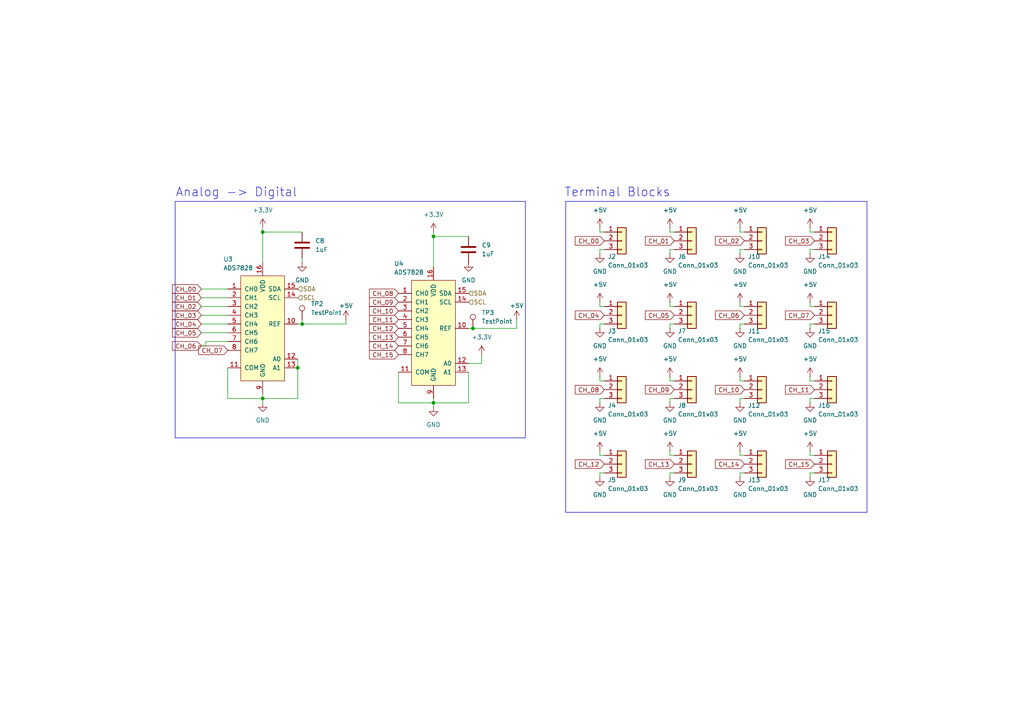
<source format=kicad_sch>
(kicad_sch (version 20250114) (generator "eeschema") (generator_version "9.0")
  (paper "A4")
  (lib_symbols
    (symbol "Analog_ADC:ADS7828" (pin_names (offset 1.016))
      (property "Reference" "U" (at -5.08 15.24 0))
      (property "Value" "ADS7828" (at 5.08 15.24 0))
      (symbol "ADS7828_0_1"
        (rectangle (start -6.35 13.97) (end 6.35 -16.51) (fill (type background)))
        (rectangle (start 6.35 -15.24) (end 6.35 -15.24))
      )
      (symbol "ADS7828_1_1"
        (pin input line (at -10.16 10.16 0) (length 3.81) (name "CH0") (number "1"))
        (pin input line (at -10.16 7.62 0) (length 3.81) (name "CH1") (number "2"))
        (pin input line (at -10.16 5.08 0) (length 3.81) (name "CH2") (number "3"))
        (pin input line (at -10.16 2.54 0) (length 3.81) (name "CH3") (number "4"))
        (pin input line (at -10.16 0 0) (length 3.81) (name "CH4") (number "5"))
        (pin input line (at -10.16 -2.54 0) (length 3.81) (name "CH5") (number "6"))
        (pin input line (at -10.16 -5.08 0) (length 3.81) (name "CH6") (number "7"))
        (pin input line (at -10.16 -7.62 0) (length 3.81) (name "CH7") (number "8"))
        (pin input line (at -10.16 -12.7 0) (length 3.81) (name "COM") (number "11"))
        (pin power_in line (at 0 17.78 270) (length 3.81) (name "VDD") (number "16"))
        (pin power_in line (at 0 -20.32 90) (length 3.81) (name "GND") (number "9"))
        (pin bidirectional line (at 10.16 10.16 180) (length 3.81) (name "SDA") (number "15"))
        (pin input line (at 10.16 7.62 180) (length 3.81) (name "SCL") (number "14"))
        (pin bidirectional line (at 10.16 0 180) (length 3.81) (name "REF") (number "10"))
        (pin input line (at 10.16 -10.16 180) (length 3.81) (name "A0") (number "12"))
        (pin input line (at 10.16 -12.7 180) (length 3.81) (name "A1") (number "13"))
      )
    )
    (symbol "Connector:TestPoint" (pin_numbers (hide yes)) (pin_names (offset 0.762) (hide yes))
      (property "Reference" "TP" (at 0 6.858 0))
      (property "Value" "TestPoint" (at 0 5.08 0))
      (symbol "TestPoint_0_1"
        (circle (center 0 3.302) (radius 0.762))
      )
      (symbol "TestPoint_1_1"
        (pin passive line (at 0 0 90) (length 2.54) (name "1") (number "1"))
      )
    )
    (symbol "Connector_Generic:Conn_01x03" (pin_names (offset 1.016) (hide yes))
      (property "Reference" "J" (at 0 5.08 0))
      (property "Value" "Conn_01x03" (at 0 -5.08 0))
      (symbol "Conn_01x03_1_1"
        (rectangle (start -1.27 3.81) (end 1.27 -3.81) (stroke (width 0.254)) (fill (type background)))
        (rectangle (start -1.27 2.667) (end 0 2.413) (stroke (width 0.1524)))
        (rectangle (start -1.27 0.127) (end 0 -0.127) (stroke (width 0.1524)))
        (rectangle (start -1.27 -2.413) (end 0 -2.667) (stroke (width 0.1524)))
        (pin passive line (at -5.08 2.54 0) (length 3.81) (name "Pin_1") (number "1"))
        (pin passive line (at -5.08 0 0) (length 3.81) (name "Pin_2") (number "2"))
        (pin passive line (at -5.08 -2.54 0) (length 3.81) (name "Pin_3") (number "3"))
      )
    )
    (symbol "Device:C" (pin_numbers (hide yes)) (pin_names (offset 0.254))
      (property "Reference" "C" (at 0.635 2.54 0))
      (property "Value" "C" (at 0.635 -2.54 0))
      (symbol "C_0_1"
        (polyline (pts (xy -2.032 0.762) (xy 2.032 0.762)) (stroke (width 0.508)))
        (polyline (pts (xy -2.032 -0.762) (xy 2.032 -0.762)) (stroke (width 0.508)))
      )
      (symbol "C_1_1"
        (pin passive line (at 0 3.81 270) (length 2.794) (name "~") (number "1"))
        (pin passive line (at 0 -3.81 90) (length 2.794) (name "~") (number "2"))
      )
    )
    (symbol "power:+3.3V" (power) (pin_numbers (hide yes)) (pin_names (offset 0) (hide yes))
      (property "Value" "+3.3V" (at 0 3.556 0))
      (symbol "+3.3V_0_1"
        (polyline (pts (xy -0.762 1.27) (xy 0 2.54)))
        (polyline (pts (xy 0 2.54) (xy 0.762 1.27)))
        (polyline (pts (xy 0 0) (xy 0 2.54)))
      )
      (symbol "+3.3V_1_1"
        (pin power_in line (at 0 0 90) (length 0) (name "~") (number "1"))
      )
    )
    (symbol "power:+5V" (power) (pin_numbers (hide yes)) (pin_names (offset 0) (hide yes))
      (property "Value" "+5V" (at 0 3.556 0))
      (symbol "+5V_0_1"
        (polyline (pts (xy -0.762 1.27) (xy 0 2.54)))
        (polyline (pts (xy 0 2.54) (xy 0.762 1.27)))
        (polyline (pts (xy 0 0) (xy 0 2.54)))
      )
      (symbol "+5V_1_1"
        (pin power_in line (at 0 0 90) (length 0) (name "~") (number "1"))
      )
    )
    (symbol "power:GND" (power) (pin_numbers (hide yes)) (pin_names (offset 0) (hide yes))
      (property "Value" "GND" (at 0 -3.81 0))
      (symbol "GND_0_1"
        (polyline (pts (xy 0 0) (xy 0 -1.27) (xy 1.27 -1.27) (xy 0 -2.54) (xy -1.27 -1.27) (xy 0 -1.27)))
      )
      (symbol "GND_1_1"
        (pin power_in line (at 0 0 270) (length 0) (name "~") (number "1"))
      )
    )
  )
  (rectangle (start 50.8 58.42) (end 152.4 127))
  (rectangle (start 164.084 58.42) (end 251.46 148.59))
  (text "Terminal Blocks" (at 179.07 55.88 0) (effects (font (size 2.54 2.54))))
  (text "Analog -> Digital" (at 68.58 55.88 0) (effects (font (size 2.54 2.54))))
  (junction (at 125.73 68.58))
  (junction (at 137.16 95.25))
  (junction (at 125.73 116.84))
  (junction (at 76.2 67.31))
  (junction (at 76.2 115.57))
  (junction (at 86.36 106.68))
  (junction (at 87.63 93.98))
  (wire (pts (xy 214.63 138.43) (xy 214.63 137.16)))
  (wire (pts (xy 214.63 72.39) (xy 215.9 72.39)))
  (wire (pts (xy 234.95 66.04) (xy 234.95 67.31)))
  (wire (pts (xy 214.63 66.04) (xy 214.63 67.31)))
  (wire (pts (xy 66.04 106.68) (xy 66.04 115.57)))
  (wire (pts (xy 234.95 67.31) (xy 236.22 67.31)))
  (wire (pts (xy 234.95 95.25) (xy 234.95 93.98)))
  (wire (pts (xy 194.31 66.04) (xy 194.31 67.31)))
  (wire (pts (xy 66.04 115.57) (xy 76.2 115.57)))
  (wire (pts (xy 194.31 130.81) (xy 194.31 132.08)))
  (wire (pts (xy 234.95 93.98) (xy 236.22 93.98)))
  (wire (pts (xy 59.69 100.33) (xy 59.69 99.06)))
  (wire (pts (xy 234.95 138.43) (xy 234.95 137.16)))
  (wire (pts (xy 125.73 68.58) (xy 125.73 77.47)))
  (wire (pts (xy 173.99 95.25) (xy 173.99 93.98)))
  (wire (pts (xy 214.63 116.84) (xy 214.63 115.57)))
  (wire (pts (xy 58.42 93.98) (xy 66.04 93.98)))
  (wire (pts (xy 173.99 110.49) (xy 175.26 110.49)))
  (wire (pts (xy 234.95 132.08) (xy 236.22 132.08)))
  (wire (pts (xy 194.31 72.39) (xy 195.58 72.39)))
  (wire (pts (xy 173.99 67.31) (xy 175.26 67.31)))
  (wire (pts (xy 214.63 130.81) (xy 214.63 132.08)))
  (wire (pts (xy 125.73 116.84) (xy 125.73 118.11)))
  (wire (pts (xy 214.63 137.16) (xy 215.9 137.16)))
  (wire (pts (xy 173.99 130.81) (xy 173.99 132.08)))
  (wire (pts (xy 86.36 104.14) (xy 86.36 106.68)))
  (wire (pts (xy 214.63 93.98) (xy 215.9 93.98)))
  (wire (pts (xy 58.42 96.52) (xy 66.04 96.52)))
  (wire (pts (xy 76.2 66.04) (xy 76.2 67.31)))
  (wire (pts (xy 234.95 116.84) (xy 234.95 115.57)))
  (wire (pts (xy 194.31 95.25) (xy 194.31 93.98)))
  (wire (pts (xy 115.57 116.84) (xy 125.73 116.84)))
  (wire (pts (xy 173.99 115.57) (xy 175.26 115.57)))
  (wire (pts (xy 214.63 110.49) (xy 215.9 110.49)))
  (wire (pts (xy 214.63 88.9) (xy 215.9 88.9)))
  (wire (pts (xy 234.95 72.39) (xy 236.22 72.39)))
  (wire (pts (xy 214.63 67.31) (xy 215.9 67.31)))
  (wire (pts (xy 214.63 115.57) (xy 215.9 115.57)))
  (wire (pts (xy 125.73 115.57) (xy 125.73 116.84)))
  (wire (pts (xy 76.2 67.31) (xy 87.63 67.31)))
  (wire (pts (xy 137.16 95.25) (xy 149.86 95.25)))
  (wire (pts (xy 135.89 105.41) (xy 139.7 105.41)))
  (wire (pts (xy 135.89 95.25) (xy 137.16 95.25)))
  (wire (pts (xy 194.31 93.98) (xy 195.58 93.98)))
  (wire (pts (xy 214.63 73.66) (xy 214.63 72.39)))
  (wire (pts (xy 194.31 137.16) (xy 195.58 137.16)))
  (wire (pts (xy 234.95 115.57) (xy 236.22 115.57)))
  (wire (pts (xy 173.99 88.9) (xy 175.26 88.9)))
  (wire (pts (xy 194.31 110.49) (xy 195.58 110.49)))
  (wire (pts (xy 214.63 87.63) (xy 214.63 88.9)))
  (wire (pts (xy 149.86 92.71) (xy 149.86 95.25)))
  (wire (pts (xy 76.2 115.57) (xy 86.36 115.57)))
  (wire (pts (xy 87.63 92.71) (xy 87.63 93.98)))
  (wire (pts (xy 76.2 115.57) (xy 76.2 116.84)))
  (wire (pts (xy 139.7 102.87) (xy 139.7 105.41)))
  (wire (pts (xy 86.36 115.57) (xy 86.36 106.68)))
  (wire (pts (xy 58.42 88.9) (xy 66.04 88.9)))
  (wire (pts (xy 115.57 107.95) (xy 115.57 116.84)))
  (wire (pts (xy 194.31 109.22) (xy 194.31 110.49)))
  (wire (pts (xy 234.95 87.63) (xy 234.95 88.9)))
  (wire (pts (xy 234.95 130.81) (xy 234.95 132.08)))
  (wire (pts (xy 135.89 107.95) (xy 135.89 116.84)))
  (wire (pts (xy 173.99 73.66) (xy 173.99 72.39)))
  (wire (pts (xy 173.99 137.16) (xy 175.26 137.16)))
  (wire (pts (xy 125.73 116.84) (xy 135.89 116.84)))
  (wire (pts (xy 194.31 67.31) (xy 195.58 67.31)))
  (wire (pts (xy 173.99 132.08) (xy 175.26 132.08)))
  (wire (pts (xy 87.63 74.93) (xy 87.63 76.2)))
  (wire (pts (xy 214.63 95.25) (xy 214.63 93.98)))
  (wire (pts (xy 58.42 100.33) (xy 59.69 100.33)))
  (wire (pts (xy 214.63 109.22) (xy 214.63 110.49)))
  (wire (pts (xy 234.95 88.9) (xy 236.22 88.9)))
  (wire (pts (xy 194.31 88.9) (xy 195.58 88.9)))
  (wire (pts (xy 173.99 93.98) (xy 175.26 93.98)))
  (wire (pts (xy 234.95 137.16) (xy 236.22 137.16)))
  (wire (pts (xy 58.42 91.44) (xy 66.04 91.44)))
  (wire (pts (xy 87.63 93.98) (xy 100.33 93.98)))
  (wire (pts (xy 173.99 138.43) (xy 173.99 137.16)))
  (wire (pts (xy 234.95 110.49) (xy 236.22 110.49)))
  (wire (pts (xy 234.95 73.66) (xy 234.95 72.39)))
  (wire (pts (xy 194.31 73.66) (xy 194.31 72.39)))
  (wire (pts (xy 194.31 132.08) (xy 195.58 132.08)))
  (wire (pts (xy 214.63 132.08) (xy 215.9 132.08)))
  (wire (pts (xy 194.31 116.84) (xy 194.31 115.57)))
  (wire (pts (xy 76.2 67.31) (xy 76.2 76.2)))
  (wire (pts (xy 173.99 72.39) (xy 175.26 72.39)))
  (wire (pts (xy 194.31 138.43) (xy 194.31 137.16)))
  (wire (pts (xy 125.73 68.58) (xy 135.89 68.58)))
  (wire (pts (xy 58.42 86.36) (xy 66.04 86.36)))
  (wire (pts (xy 58.42 83.82) (xy 66.04 83.82)))
  (wire (pts (xy 194.31 87.63) (xy 194.31 88.9)))
  (wire (pts (xy 194.31 115.57) (xy 195.58 115.57)))
  (wire (pts (xy 173.99 109.22) (xy 173.99 110.49)))
  (wire (pts (xy 173.99 116.84) (xy 173.99 115.57)))
  (wire (pts (xy 59.69 99.06) (xy 66.04 99.06)))
  (wire (pts (xy 86.36 93.98) (xy 87.63 93.98)))
  (wire (pts (xy 173.99 66.04) (xy 173.99 67.31)))
  (wire (pts (xy 173.99 87.63) (xy 173.99 88.9)))
  (wire (pts (xy 234.95 109.22) (xy 234.95 110.49)))
  (wire (pts (xy 100.33 92.71) (xy 100.33 93.98)))
  (wire (pts (xy 76.2 114.3) (xy 76.2 115.57)))
  (wire (pts (xy 125.73 67.31) (xy 125.73 68.58)))
  (global_label "CH_13" (shape input) (at 195.58 134.62 180) (property "Intersheetrefs" "${INTERSHEET_REFS}" (effects (hide yes))))
  (global_label "CH_07" (shape input) (at 66.04 101.6 180) (property "Intersheetrefs" "${INTERSHEET_REFS}" (effects (hide yes))))
  (global_label "CH_04" (shape input) (at 175.26 91.44 180) (property "Intersheetrefs" "${INTERSHEET_REFS}" (effects (hide yes))))
  (global_label "CH_07" (shape input) (at 236.22 91.44 180) (property "Intersheetrefs" "${INTERSHEET_REFS}" (effects (hide yes))))
  (global_label "CH_13" (shape input) (at 115.57 97.79 180) (property "Intersheetrefs" "${INTERSHEET_REFS}" (effects (hide yes))))
  (global_label "CH_00" (shape input) (at 58.42 83.82 180) (property "Intersheetrefs" "${INTERSHEET_REFS}" (effects (hide yes))))
  (global_label "CH_12" (shape input) (at 115.57 95.25 180) (property "Intersheetrefs" "${INTERSHEET_REFS}" (effects (hide yes))))
  (global_label "CH_01" (shape input) (at 195.58 69.85 180) (property "Intersheetrefs" "${INTERSHEET_REFS}" (effects (hide yes))))
  (global_label "CH_09" (shape input) (at 115.57 87.63 180) (property "Intersheetrefs" "${INTERSHEET_REFS}" (effects (hide yes))))
  (global_label "CH_02" (shape input) (at 58.42 88.9 180) (property "Intersheetrefs" "${INTERSHEET_REFS}" (effects (hide yes))))
  (global_label "CH_05" (shape input) (at 195.58 91.44 180) (property "Intersheetrefs" "${INTERSHEET_REFS}" (effects (hide yes))))
  (global_label "CH_12" (shape input) (at 175.26 134.62 180) (property "Intersheetrefs" "${INTERSHEET_REFS}" (effects (hide yes))))
  (global_label "CH_03" (shape input) (at 58.42 91.44 180) (property "Intersheetrefs" "${INTERSHEET_REFS}" (effects (hide yes))))
  (global_label "CH_03" (shape input) (at 236.22 69.85 180) (property "Intersheetrefs" "${INTERSHEET_REFS}" (effects (hide yes))))
  (global_label "CH_05" (shape input) (at 58.42 96.52 180) (property "Intersheetrefs" "${INTERSHEET_REFS}" (effects (hide yes))))
  (global_label "CH_11" (shape input) (at 115.57 92.71 180) (property "Intersheetrefs" "${INTERSHEET_REFS}" (effects (hide yes))))
  (global_label "CH_02" (shape input) (at 215.9 69.85 180) (property "Intersheetrefs" "${INTERSHEET_REFS}" (effects (hide yes))))
  (global_label "CH_14" (shape input) (at 215.9 134.62 180) (property "Intersheetrefs" "${INTERSHEET_REFS}" (effects (hide yes))))
  (global_label "CH_00" (shape input) (at 175.26 69.85 180) (property "Intersheetrefs" "${INTERSHEET_REFS}" (effects (hide yes))))
  (global_label "CH_04" (shape input) (at 58.42 93.98 180) (property "Intersheetrefs" "${INTERSHEET_REFS}" (effects (hide yes))))
  (global_label "CH_06" (shape input) (at 215.9 91.44 180) (property "Intersheetrefs" "${INTERSHEET_REFS}" (effects (hide yes))))
  (global_label "CH_01" (shape input) (at 58.42 86.36 180) (property "Intersheetrefs" "${INTERSHEET_REFS}" (effects (hide yes))))
  (global_label "CH_15" (shape input) (at 115.57 102.87 180) (property "Intersheetrefs" "${INTERSHEET_REFS}" (effects (hide yes))))
  (global_label "CH_10" (shape input) (at 215.9 113.03 180) (property "Intersheetrefs" "${INTERSHEET_REFS}" (effects (hide yes))))
  (global_label "CH_14" (shape input) (at 115.57 100.33 180) (property "Intersheetrefs" "${INTERSHEET_REFS}" (effects (hide yes))))
  (global_label "CH_08" (shape input) (at 115.57 85.09 180) (property "Intersheetrefs" "${INTERSHEET_REFS}" (effects (hide yes))))
  (global_label "CH_11" (shape input) (at 236.22 113.03 180) (property "Intersheetrefs" "${INTERSHEET_REFS}" (effects (hide yes))))
  (global_label "CH_09" (shape input) (at 195.58 113.03 180) (property "Intersheetrefs" "${INTERSHEET_REFS}" (effects (hide yes))))
  (global_label "CH_10" (shape input) (at 115.57 90.17 180) (property "Intersheetrefs" "${INTERSHEET_REFS}" (effects (hide yes))))
  (global_label "CH_06" (shape input) (at 58.42 100.33 180) (property "Intersheetrefs" "${INTERSHEET_REFS}" (effects (hide yes))))
  (global_label "CH_08" (shape input) (at 175.26 113.03 180) (property "Intersheetrefs" "${INTERSHEET_REFS}" (effects (hide yes))))
  (global_label "CH_15" (shape input) (at 236.22 134.62 180) (property "Intersheetrefs" "${INTERSHEET_REFS}" (effects (hide yes))))
  (hierarchical_label "SDA" (shape input) (at 86.36 83.82 0))
  (hierarchical_label "SCL" (shape input) (at 135.89 87.63 0))
  (hierarchical_label "SDA" (shape input) (at 135.89 85.09 0))
  (hierarchical_label "SCL" (shape input) (at 86.36 86.36 0))
  (symbol (lib_id "power:+5V") (at 173.99 66.04 0) (unit 1)
    (property "Reference" "#PWR022" (effects (hide yes)))
    (property "Value" "+5V" (at 173.99 60.96 0))
    (property "Description" "Power symbol creates a global label with name \"+5V\"" (effects (hide yes)))
  )
  (symbol (lib_id "power:+3.3V") (at 139.7 102.87 0) (unit 1)
    (property "Reference" "#PWR020" (effects (hide yes)))
    (property "Value" "+3.3V" (at 139.7 97.79 0))
    (property "Description" "Power symbol creates a global label with name \"+3.3V\"" (effects (hide yes)))
  )
  (symbol (lib_id "power:+5V") (at 234.95 87.63 0) (unit 1)
    (property "Reference" "#PWR048" (effects (hide yes)))
    (property "Value" "+5V" (at 234.95 82.55 0))
    (property "Description" "Power symbol creates a global label with name \"+5V\"" (effects (hide yes)))
  )
  (symbol (lib_id "power:+5V") (at 194.31 66.04 0) (unit 1)
    (property "Reference" "#PWR030" (effects (hide yes)))
    (property "Value" "+5V" (at 194.31 60.96 0))
    (property "Description" "Power symbol creates a global label with name \"+5V\"" (effects (hide yes)))
  )
  (symbol (lib_id "power:+5V") (at 214.63 87.63 0) (unit 1)
    (property "Reference" "#PWR040" (effects (hide yes)))
    (property "Value" "+5V" (at 214.63 82.55 0))
    (property "Description" "Power symbol creates a global label with name \"+5V\"" (effects (hide yes)))
  )
  (symbol (lib_id "Connector_Generic:Conn_01x03") (at 220.98 113.03 0) (unit 1)
    (property "Reference" "J12" (at 216.916 117.602 0) (effects (justify left)))
    (property "Value" "Conn_01x03" (at 216.916 120.142 0) (effects (justify left)))
    (property "Footprint" "TerminalBlock_Phoenix:TerminalBlock_Phoenix_MPT-0,5-3-2.54_1x03_P2.54mm_Horizontal" (effects (hide yes)))
    (property "Description" "Generic connector, single row, 01x03, script generated (kicad-library-utils/schlib/autogen/connector/)" (effects (hide yes)))
  )
  (symbol (lib_id "power:GND") (at 214.63 138.43 0) (unit 1)
    (property "Reference" "#PWR045" (effects (hide yes)))
    (property "Value" "GND" (at 214.63 143.51 0))
    (property "Description" "Power symbol creates a global label with name \"GND\" , ground" (effects (hide yes)))
  )
  (symbol (lib_id "power:+3.3V") (at 76.2 66.04 0) (unit 1)
    (property "Reference" "#PWR013" (effects (hide yes)))
    (property "Value" "+3.3V" (at 76.2 60.96 0))
    (property "Description" "Power symbol creates a global label with name \"+3.3V\"" (effects (hide yes)))
  )
  (symbol (lib_id "Connector_Generic:Conn_01x03") (at 220.98 69.85 0) (unit 1)
    (property "Reference" "J10" (at 216.916 74.422 0) (effects (justify left)))
    (property "Value" "Conn_01x03" (at 216.916 76.962 0) (effects (justify left)))
    (property "Footprint" "TerminalBlock_Phoenix:TerminalBlock_Phoenix_MPT-0,5-3-2.54_1x03_P2.54mm_Horizontal" (effects (hide yes)))
    (property "Description" "Generic connector, single row, 01x03, script generated (kicad-library-utils/schlib/autogen/connector/)" (effects (hide yes)))
  )
  (symbol (lib_id "Analog_ADC:ADS7828") (at 125.73 95.25 0) (unit 1)
    (property "Reference" "U4" (at 114.3 76.454 0) (effects (justify left)))
    (property "Value" "ADS7828" (at 114.3 78.994 0) (effects (justify left)))
    (property "Footprint" "Package_SO:TSSOP-16_4.4x5mm_P0.65mm" (effects (hide yes)))
    (property "Datasheet" "http://www.ti.com/lit/ds/symlink/ads7828.pdf" (effects (hide yes)))
    (property "Description" "12-Bits, 8-Channels, ADC, I2C, TSSOP-16" (effects (hide yes)))
  )
  (symbol (lib_id "Connector_Generic:Conn_01x03") (at 200.66 91.44 0) (unit 1)
    (property "Reference" "J7" (at 196.596 96.012 0) (effects (justify left)))
    (property "Value" "Conn_01x03" (at 196.596 98.552 0) (effects (justify left)))
    (property "Footprint" "TerminalBlock_Phoenix:TerminalBlock_Phoenix_MPT-0,5-3-2.54_1x03_P2.54mm_Horizontal" (effects (hide yes)))
    (property "Description" "Generic connector, single row, 01x03, script generated (kicad-library-utils/schlib/autogen/connector/)" (effects (hide yes)))
  )
  (symbol (lib_id "power:GND") (at 214.63 116.84 0) (unit 1)
    (property "Reference" "#PWR043" (effects (hide yes)))
    (property "Value" "GND" (at 214.63 121.92 0))
    (property "Description" "Power symbol creates a global label with name \"GND\" , ground" (effects (hide yes)))
  )
  (symbol (lib_id "power:GND") (at 234.95 95.25 0) (unit 1)
    (property "Reference" "#PWR049" (effects (hide yes)))
    (property "Value" "GND" (at 234.95 100.33 0))
    (property "Description" "Power symbol creates a global label with name \"GND\" , ground" (effects (hide yes)))
  )
  (symbol (lib_id "power:+5V") (at 173.99 109.22 0) (unit 1)
    (property "Reference" "#PWR026" (effects (hide yes)))
    (property "Value" "+5V" (at 173.99 104.14 0))
    (property "Description" "Power symbol creates a global label with name \"+5V\"" (effects (hide yes)))
  )
  (symbol (lib_id "power:GND") (at 194.31 116.84 0) (unit 1)
    (property "Reference" "#PWR035" (effects (hide yes)))
    (property "Value" "GND" (at 194.31 121.92 0))
    (property "Description" "Power symbol creates a global label with name \"GND\" , ground" (effects (hide yes)))
  )
  (symbol (lib_id "power:GND") (at 87.63 76.2 0) (unit 1)
    (property "Reference" "#PWR015" (effects (hide yes)))
    (property "Value" "GND" (at 87.63 81.28 0))
    (property "Description" "Power symbol creates a global label with name \"GND\" , ground" (effects (hide yes)))
  )
  (symbol (lib_id "power:+5V") (at 194.31 87.63 0) (unit 1)
    (property "Reference" "#PWR032" (effects (hide yes)))
    (property "Value" "+5V" (at 194.31 82.55 0))
    (property "Description" "Power symbol creates a global label with name \"+5V\"" (effects (hide yes)))
  )
  (symbol (lib_id "power:GND") (at 173.99 73.66 0) (unit 1)
    (property "Reference" "#PWR023" (effects (hide yes)))
    (property "Value" "GND" (at 173.99 78.74 0))
    (property "Description" "Power symbol creates a global label with name \"GND\" , ground" (effects (hide yes)))
  )
  (symbol (lib_id "Analog_ADC:ADS7828") (at 76.2 93.98 0) (unit 1)
    (property "Reference" "U3" (at 64.77 75.184 0) (effects (justify left)))
    (property "Value" "ADS7828" (at 64.77 77.724 0) (effects (justify left)))
    (property "Footprint" "Package_SO:TSSOP-16_4.4x5mm_P0.65mm" (effects (hide yes)))
    (property "Datasheet" "http://www.ti.com/lit/ds/symlink/ads7828.pdf" (effects (hide yes)))
    (property "Description" "12-Bits, 8-Channels, ADC, I2C, TSSOP-16" (effects (hide yes)))
  )
  (symbol (lib_id "power:GND") (at 194.31 138.43 0) (unit 1)
    (property "Reference" "#PWR037" (effects (hide yes)))
    (property "Value" "GND" (at 194.31 143.51 0))
    (property "Description" "Power symbol creates a global label with name \"GND\" , ground" (effects (hide yes)))
  )
  (symbol (lib_id "Device:C") (at 87.63 71.12 0) (unit 1)
    (property "Reference" "C8" (at 91.44 69.8499 0) (effects (justify left)))
    (property "Value" "1uF" (at 91.44 72.3899 0) (effects (justify left)))
    (property "Footprint" "Capacitor_SMD:C_0603_1608Metric" (effects (hide yes)))
    (property "Description" "Unpolarized capacitor" (effects (hide yes)))
  )
  (symbol (lib_id "power:+5V") (at 234.95 130.81 0) (unit 1)
    (property "Reference" "#PWR052" (effects (hide yes)))
    (property "Value" "+5V" (at 234.95 125.73 0))
    (property "Description" "Power symbol creates a global label with name \"+5V\"" (effects (hide yes)))
  )
  (symbol (lib_id "power:GND") (at 194.31 73.66 0) (unit 1)
    (property "Reference" "#PWR031" (effects (hide yes)))
    (property "Value" "GND" (at 194.31 78.74 0))
    (property "Description" "Power symbol creates a global label with name \"GND\" , ground" (effects (hide yes)))
  )
  (symbol (lib_id "power:+5V") (at 173.99 130.81 0) (unit 1)
    (property "Reference" "#PWR028" (effects (hide yes)))
    (property "Value" "+5V" (at 173.99 125.73 0))
    (property "Description" "Power symbol creates a global label with name \"+5V\"" (effects (hide yes)))
  )
  (symbol (lib_id "power:GND") (at 234.95 73.66 0) (unit 1)
    (property "Reference" "#PWR047" (effects (hide yes)))
    (property "Value" "GND" (at 234.95 78.74 0))
    (property "Description" "Power symbol creates a global label with name \"GND\" , ground" (effects (hide yes)))
  )
  (symbol (lib_id "power:GND") (at 76.2 116.84 0) (unit 1)
    (property "Reference" "#PWR014" (effects (hide yes)))
    (property "Value" "GND" (at 76.2 121.92 0))
    (property "Description" "Power symbol creates a global label with name \"GND\" , ground" (effects (hide yes)))
  )
  (symbol (lib_id "power:+5V") (at 214.63 130.81 0) (unit 1)
    (property "Reference" "#PWR044" (effects (hide yes)))
    (property "Value" "+5V" (at 214.63 125.73 0))
    (property "Description" "Power symbol creates a global label with name \"+5V\"" (effects (hide yes)))
  )
  (symbol (lib_id "Connector_Generic:Conn_01x03") (at 200.66 134.62 0) (unit 1)
    (property "Reference" "J9" (at 196.596 139.192 0) (effects (justify left)))
    (property "Value" "Conn_01x03" (at 196.596 141.732 0) (effects (justify left)))
    (property "Footprint" "TerminalBlock_Phoenix:TerminalBlock_Phoenix_MPT-0,5-3-2.54_1x03_P2.54mm_Horizontal" (effects (hide yes)))
    (property "Description" "Generic connector, single row, 01x03, script generated (kicad-library-utils/schlib/autogen/connector/)" (effects (hide yes)))
  )
  (symbol (lib_id "Connector_Generic:Conn_01x03") (at 180.34 91.44 0) (unit 1)
    (property "Reference" "J3" (at 176.276 96.012 0) (effects (justify left)))
    (property "Value" "Conn_01x03" (at 176.276 98.552 0) (effects (justify left)))
    (property "Footprint" "TerminalBlock_Phoenix:TerminalBlock_Phoenix_MPT-0,5-3-2.54_1x03_P2.54mm_Horizontal" (effects (hide yes)))
    (property "Description" "Generic connector, single row, 01x03, script generated (kicad-library-utils/schlib/autogen/connector/)" (effects (hide yes)))
  )
  (symbol (lib_id "Connector_Generic:Conn_01x03") (at 241.3 91.44 0) (unit 1)
    (property "Reference" "J15" (at 237.236 96.012 0) (effects (justify left)))
    (property "Value" "Conn_01x03" (at 237.236 98.552 0) (effects (justify left)))
    (property "Footprint" "TerminalBlock_Phoenix:TerminalBlock_Phoenix_MPT-0,5-3-2.54_1x03_P2.54mm_Horizontal" (effects (hide yes)))
    (property "Description" "Generic connector, single row, 01x03, script generated (kicad-library-utils/schlib/autogen/connector/)" (effects (hide yes)))
  )
  (symbol (lib_id "power:+5V") (at 234.95 66.04 0) (unit 1)
    (property "Reference" "#PWR046" (effects (hide yes)))
    (property "Value" "+5V" (at 234.95 60.96 0))
    (property "Description" "Power symbol creates a global label with name \"+5V\"" (effects (hide yes)))
  )
  (symbol (lib_id "Connector_Generic:Conn_01x03") (at 220.98 91.44 0) (unit 1)
    (property "Reference" "J11" (at 216.916 96.012 0) (effects (justify left)))
    (property "Value" "Conn_01x03" (at 216.916 98.552 0) (effects (justify left)))
    (property "Footprint" "TerminalBlock_Phoenix:TerminalBlock_Phoenix_MPT-0,5-3-2.54_1x03_P2.54mm_Horizontal" (effects (hide yes)))
    (property "Description" "Generic connector, single row, 01x03, script generated (kicad-library-utils/schlib/autogen/connector/)" (effects (hide yes)))
  )
  (symbol (lib_id "Connector_Generic:Conn_01x03") (at 180.34 113.03 0) (unit 1)
    (property "Reference" "J4" (at 176.276 117.602 0) (effects (justify left)))
    (property "Value" "Conn_01x03" (at 176.276 120.142 0) (effects (justify left)))
    (property "Footprint" "TerminalBlock_Phoenix:TerminalBlock_Phoenix_MPT-0,5-3-2.54_1x03_P2.54mm_Horizontal" (effects (hide yes)))
    (property "Description" "Generic connector, single row, 01x03, script generated (kicad-library-utils/schlib/autogen/connector/)" (effects (hide yes)))
  )
  (symbol (lib_id "Connector_Generic:Conn_01x03") (at 200.66 69.85 0) (unit 1)
    (property "Reference" "J6" (at 196.596 74.422 0) (effects (justify left)))
    (property "Value" "Conn_01x03" (at 196.596 76.962 0) (effects (justify left)))
    (property "Footprint" "TerminalBlock_Phoenix:TerminalBlock_Phoenix_MPT-0,5-3-2.54_1x03_P2.54mm_Horizontal" (effects (hide yes)))
    (property "Description" "Generic connector, single row, 01x03, script generated (kicad-library-utils/schlib/autogen/connector/)" (effects (hide yes)))
  )
  (symbol (lib_id "power:GND") (at 173.99 138.43 0) (unit 1)
    (property "Reference" "#PWR029" (effects (hide yes)))
    (property "Value" "GND" (at 173.99 143.51 0))
    (property "Description" "Power symbol creates a global label with name \"GND\" , ground" (effects (hide yes)))
  )
  (symbol (lib_id "Connector_Generic:Conn_01x03") (at 180.34 69.85 0) (unit 1)
    (property "Reference" "J2" (at 176.276 74.422 0) (effects (justify left)))
    (property "Value" "Conn_01x03" (at 176.276 76.962 0) (effects (justify left)))
    (property "Footprint" "TerminalBlock_Phoenix:TerminalBlock_Phoenix_MPT-0,5-3-2.54_1x03_P2.54mm_Horizontal" (effects (hide yes)))
    (property "Description" "Generic connector, single row, 01x03, script generated (kicad-library-utils/schlib/autogen/connector/)" (effects (hide yes)))
  )
  (symbol (lib_id "Connector_Generic:Conn_01x03") (at 241.3 69.85 0) (unit 1)
    (property "Reference" "J14" (at 237.236 74.422 0) (effects (justify left)))
    (property "Value" "Conn_01x03" (at 237.236 76.962 0) (effects (justify left)))
    (property "Footprint" "TerminalBlock_Phoenix:TerminalBlock_Phoenix_MPT-0,5-3-2.54_1x03_P2.54mm_Horizontal" (effects (hide yes)))
    (property "Description" "Generic connector, single row, 01x03, script generated (kicad-library-utils/schlib/autogen/connector/)" (effects (hide yes)))
  )
  (symbol (lib_id "power:+5V") (at 234.95 109.22 0) (unit 1)
    (property "Reference" "#PWR050" (effects (hide yes)))
    (property "Value" "+5V" (at 234.95 104.14 0))
    (property "Description" "Power symbol creates a global label with name \"+5V\"" (effects (hide yes)))
  )
  (symbol (lib_id "power:+5V") (at 100.33 92.71 0) (unit 1)
    (property "Reference" "#PWR016" (effects (hide yes)))
    (property "Value" "+5V" (at 100.33 88.646 0))
    (property "Description" "Power symbol creates a global label with name \"+5V\"" (effects (hide yes)))
  )
  (symbol (lib_id "power:+5V") (at 194.31 130.81 0) (unit 1)
    (property "Reference" "#PWR036" (effects (hide yes)))
    (property "Value" "+5V" (at 194.31 125.73 0))
    (property "Description" "Power symbol creates a global label with name \"+5V\"" (effects (hide yes)))
  )
  (symbol (lib_id "Device:C") (at 135.89 72.39 0) (unit 1)
    (property "Reference" "C9" (at 139.7 71.1199 0) (effects (justify left)))
    (property "Value" "1uF" (at 139.7 73.6599 0) (effects (justify left)))
    (property "Footprint" "Capacitor_SMD:C_0603_1608Metric" (effects (hide yes)))
    (property "Description" "Unpolarized capacitor" (effects (hide yes)))
  )
  (symbol (lib_id "power:GND") (at 125.73 118.11 0) (unit 1)
    (property "Reference" "#PWR018" (effects (hide yes)))
    (property "Value" "GND" (at 125.73 123.19 0))
    (property "Description" "Power symbol creates a global label with name \"GND\" , ground" (effects (hide yes)))
  )
  (symbol (lib_id "power:GND") (at 194.31 95.25 0) (unit 1)
    (property "Reference" "#PWR033" (effects (hide yes)))
    (property "Value" "GND" (at 194.31 100.33 0))
    (property "Description" "Power symbol creates a global label with name \"GND\" , ground" (effects (hide yes)))
  )
  (symbol (lib_id "power:+5V") (at 149.86 92.71 0) (unit 1)
    (property "Reference" "#PWR021" (effects (hide yes)))
    (property "Value" "+5V" (at 149.86 88.646 0))
    (property "Description" "Power symbol creates a global label with name \"+5V\"" (effects (hide yes)))
  )
  (symbol (lib_id "power:+5V") (at 173.99 87.63 0) (unit 1)
    (property "Reference" "#PWR024" (effects (hide yes)))
    (property "Value" "+5V" (at 173.99 82.55 0))
    (property "Description" "Power symbol creates a global label with name \"+5V\"" (effects (hide yes)))
  )
  (symbol (lib_id "Connector_Generic:Conn_01x03") (at 200.66 113.03 0) (unit 1)
    (property "Reference" "J8" (at 196.596 117.602 0) (effects (justify left)))
    (property "Value" "Conn_01x03" (at 196.596 120.142 0) (effects (justify left)))
    (property "Footprint" "TerminalBlock_Phoenix:TerminalBlock_Phoenix_MPT-0,5-3-2.54_1x03_P2.54mm_Horizontal" (effects (hide yes)))
    (property "Description" "Generic connector, single row, 01x03, script generated (kicad-library-utils/schlib/autogen/connector/)" (effects (hide yes)))
  )
  (symbol (lib_id "power:GND") (at 234.95 116.84 0) (unit 1)
    (property "Reference" "#PWR051" (effects (hide yes)))
    (property "Value" "GND" (at 234.95 121.92 0))
    (property "Description" "Power symbol creates a global label with name \"GND\" , ground" (effects (hide yes)))
  )
  (symbol (lib_id "Connector:TestPoint") (at 137.16 95.25 0) (unit 1)
    (property "Reference" "TP3" (at 139.7 90.6779 0) (effects (justify left)))
    (property "Value" "TestPoint" (at 139.7 93.2179 0) (effects (justify left)))
    (property "Footprint" "TestPoint:TestPoint_Pad_D1.5mm" (effects (hide yes)))
    (property "Description" "test point" (effects (hide yes)))
  )
  (symbol (lib_id "power:GND") (at 135.89 76.2 0) (unit 1)
    (property "Reference" "#PWR019" (effects (hide yes)))
    (property "Value" "GND" (at 135.89 81.28 0))
    (property "Description" "Power symbol creates a global label with name \"GND\" , ground" (effects (hide yes)))
  )
  (symbol (lib_id "power:GND") (at 173.99 95.25 0) (unit 1)
    (property "Reference" "#PWR025" (effects (hide yes)))
    (property "Value" "GND" (at 173.99 100.33 0))
    (property "Description" "Power symbol creates a global label with name \"GND\" , ground" (effects (hide yes)))
  )
  (symbol (lib_id "power:GND") (at 234.95 138.43 0) (unit 1)
    (property "Reference" "#PWR053" (effects (hide yes)))
    (property "Value" "GND" (at 234.95 143.51 0))
    (property "Description" "Power symbol creates a global label with name \"GND\" , ground" (effects (hide yes)))
  )
  (symbol (lib_id "power:GND") (at 173.99 116.84 0) (unit 1)
    (property "Reference" "#PWR027" (effects (hide yes)))
    (property "Value" "GND" (at 173.99 121.92 0))
    (property "Description" "Power symbol creates a global label with name \"GND\" , ground" (effects (hide yes)))
  )
  (symbol (lib_id "Connector_Generic:Conn_01x03") (at 241.3 113.03 0) (unit 1)
    (property "Reference" "J16" (at 237.236 117.602 0) (effects (justify left)))
    (property "Value" "Conn_01x03" (at 237.236 120.142 0) (effects (justify left)))
    (property "Footprint" "TerminalBlock_Phoenix:TerminalBlock_Phoenix_MPT-0,5-3-2.54_1x03_P2.54mm_Horizontal" (effects (hide yes)))
    (property "Description" "Generic connector, single row, 01x03, script generated (kicad-library-utils/schlib/autogen/connector/)" (effects (hide yes)))
  )
  (symbol (lib_id "Connector_Generic:Conn_01x03") (at 180.34 134.62 0) (unit 1)
    (property "Reference" "J5" (at 176.276 139.192 0) (effects (justify left)))
    (property "Value" "Conn_01x03" (at 176.276 141.732 0) (effects (justify left)))
    (property "Footprint" "TerminalBlock_Phoenix:TerminalBlock_Phoenix_MPT-0,5-3-2.54_1x03_P2.54mm_Horizontal" (effects (hide yes)))
    (property "Description" "Generic connector, single row, 01x03, script generated (kicad-library-utils/schlib/autogen/connector/)" (effects (hide yes)))
  )
  (symbol (lib_id "power:+5V") (at 214.63 109.22 0) (unit 1)
    (property "Reference" "#PWR042" (effects (hide yes)))
    (property "Value" "+5V" (at 214.63 104.14 0))
    (property "Description" "Power symbol creates a global label with name \"+5V\"" (effects (hide yes)))
  )
  (symbol (lib_id "Connector_Generic:Conn_01x03") (at 220.98 134.62 0) (unit 1)
    (property "Reference" "J13" (at 216.916 139.192 0) (effects (justify left)))
    (property "Value" "Conn_01x03" (at 216.916 141.732 0) (effects (justify left)))
    (property "Footprint" "TerminalBlock_Phoenix:TerminalBlock_Phoenix_MPT-0,5-3-2.54_1x03_P2.54mm_Horizontal" (effects (hide yes)))
    (property "Description" "Generic connector, single row, 01x03, script generated (kicad-library-utils/schlib/autogen/connector/)" (effects (hide yes)))
  )
  (symbol (lib_id "power:+5V") (at 194.31 109.22 0) (unit 1)
    (property "Reference" "#PWR034" (effects (hide yes)))
    (property "Value" "+5V" (at 194.31 104.14 0))
    (property "Description" "Power symbol creates a global label with name \"+5V\"" (effects (hide yes)))
  )
  (symbol (lib_id "power:GND") (at 214.63 73.66 0) (unit 1)
    (property "Reference" "#PWR039" (effects (hide yes)))
    (property "Value" "GND" (at 214.63 78.74 0))
    (property "Description" "Power symbol creates a global label with name \"GND\" , ground" (effects (hide yes)))
  )
  (symbol (lib_id "power:+5V") (at 214.63 66.04 0) (unit 1)
    (property "Reference" "#PWR038" (effects (hide yes)))
    (property "Value" "+5V" (at 214.63 60.96 0))
    (property "Description" "Power symbol creates a global label with name \"+5V\"" (effects (hide yes)))
  )
  (symbol (lib_id "Connector_Generic:Conn_01x03") (at 241.3 134.62 0) (unit 1)
    (property "Reference" "J17" (at 237.236 139.192 0) (effects (justify left)))
    (property "Value" "Conn_01x03" (at 237.236 141.732 0) (effects (justify left)))
    (property "Footprint" "TerminalBlock_Phoenix:TerminalBlock_Phoenix_MPT-0,5-3-2.54_1x03_P2.54mm_Horizontal" (effects (hide yes)))
    (property "Description" "Generic connector, single row, 01x03, script generated (kicad-library-utils/schlib/autogen/connector/)" (effects (hide yes)))
  )
  (symbol (lib_id "power:+3.3V") (at 125.73 67.31 0) (unit 1)
    (property "Reference" "#PWR017" (effects (hide yes)))
    (property "Value" "+3.3V" (at 125.73 62.23 0))
    (property "Description" "Power symbol creates a global label with name \"+3.3V\"" (effects (hide yes)))
  )
  (symbol (lib_id "Connector:TestPoint") (at 87.63 92.71 0) (unit 1)
    (property "Reference" "TP2" (at 90.17 88.1379 0) (effects (justify left)))
    (property "Value" "TestPoint" (at 90.17 90.6779 0) (effects (justify left)))
    (property "Footprint" "TestPoint:TestPoint_Pad_D1.5mm" (effects (hide yes)))
    (property "Description" "test point" (effects (hide yes)))
  )
  (symbol (lib_id "power:GND") (at 214.63 95.25 0) (unit 1)
    (property "Reference" "#PWR041" (effects (hide yes)))
    (property "Value" "GND" (at 214.63 100.33 0))
    (property "Description" "Power symbol creates a global label with name \"GND\" , ground" (effects (hide yes)))
  )
)
</source>
